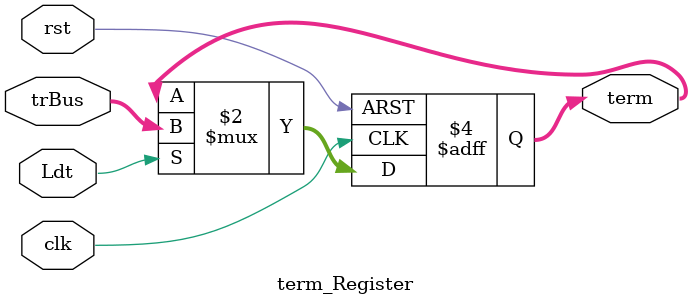
<source format=v>
module term_Register (input [15:0]trBus,input clk,rst,Ldt,output reg [15:0]term);
always@(posedge clk,posedge rst)begin
if(rst) term<=16'b0;
else if(Ldt) term<=trBus;
end

endmodule
</source>
